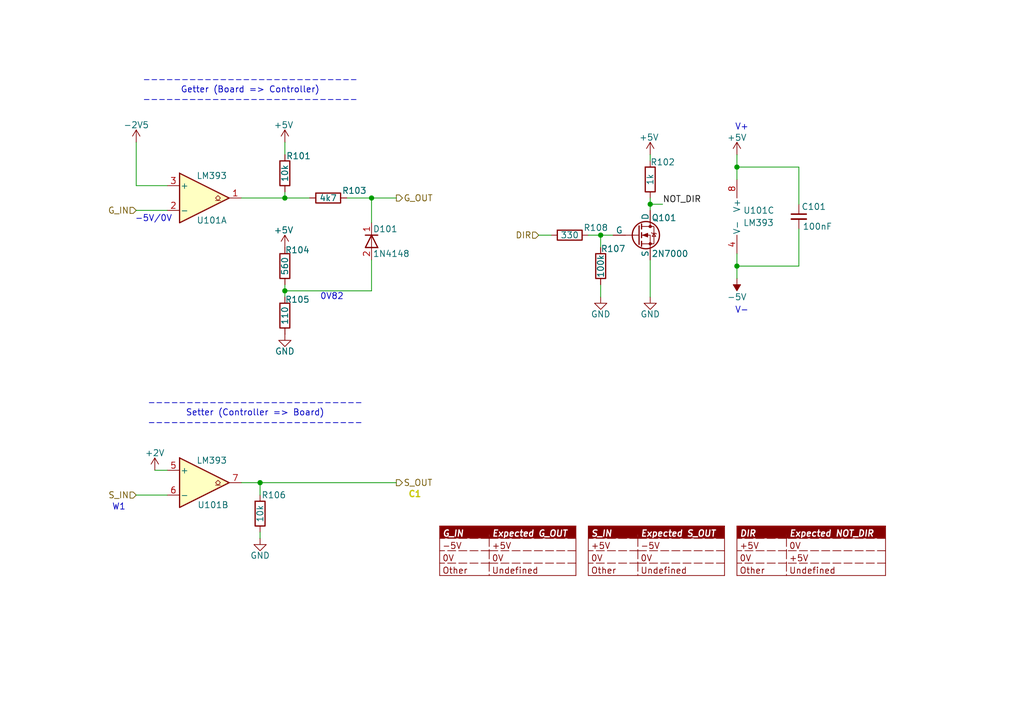
<source format=kicad_sch>
(kicad_sch (version 20250114) (generator "eeschema") (generator_version "9.0")
  (paper "A5")
  (title_block (title "Window comparator - Proof of concept") (date "2025-08-28") (rev "1.0.&lpha") (comment 1 "Copyright (c) 2025 by Filip Pynckels & Robin Pynckels"))
  (lib_symbols
    (symbol "Comparator:LM393" (pin_names (offset 0.127))
      (property "Reference" "U" (at 3.81 3.81 0))
      (property "Value" "LM393" (at 6.35 -3.81 0))
      (symbol "LM393_1_1"
        (polyline (pts (xy -5.08 5.08) (xy 5.08 0) (xy -5.08 -5.08) (xy -5.08 5.08)) (stroke (width 0.254)) (fill (type background)))
        (polyline (pts (xy 3.302 -0.508) (xy 2.794 -0.508) (xy 3.302 0) (xy 2.794 0.508) (xy 2.286 0) (xy 2.794 -0.508) (xy 2.286 -0.508)) (stroke (width 0.127)))
        (pin input line (at -7.62 2.54 0) (length 2.54) (name "+") (number "3"))
        (pin input line (at -7.62 -2.54 0) (length 2.54) (name "-") (number "2"))
        (pin open_collector line (at 7.62 0 180) (length 2.54) (name "~") (number "1"))
      )
      (symbol "LM393_2_1"
        (polyline (pts (xy -5.08 5.08) (xy 5.08 0) (xy -5.08 -5.08) (xy -5.08 5.08)) (stroke (width 0.254)) (fill (type background)))
        (polyline (pts (xy 3.302 -0.508) (xy 2.794 -0.508) (xy 3.302 0) (xy 2.794 0.508) (xy 2.286 0) (xy 2.794 -0.508) (xy 2.286 -0.508)) (stroke (width 0.127)))
        (pin input line (at -7.62 2.54 0) (length 2.54) (name "+") (number "5"))
        (pin input line (at -7.62 -2.54 0) (length 2.54) (name "-") (number "6"))
        (pin open_collector line (at 7.62 0 180) (length 2.54) (name "~") (number "7"))
      )
      (symbol "LM393_3_1"
        (pin power_in line (at -2.54 7.62 270) (length 3.81) (name "V+") (number "8"))
        (pin power_in line (at -2.54 -7.62 90) (length 3.81) (name "V-") (number "4"))
      )
    )
    (symbol "Device:C_Small" (pin_numbers (hide yes)) (pin_names (offset 0.254) (hide yes))
      (property "Reference" "C" (at 0.254 1.778 0))
      (property "Value" "C_Small" (at 0.254 -2.032 0))
      (symbol "C_Small_0_1"
        (polyline (pts (xy -1.524 0.508) (xy 1.524 0.508)) (stroke (width 0.3048)))
        (polyline (pts (xy -1.524 -0.508) (xy 1.524 -0.508)) (stroke (width 0.3302)))
      )
      (symbol "C_Small_1_1"
        (pin passive line (at 0 2.54 270) (length 2.032) (name "~") (number "1"))
        (pin passive line (at 0 -2.54 90) (length 2.032) (name "~") (number "2"))
      )
    )
    (symbol "Device:R" (pin_numbers (hide yes)) (pin_names (offset 0))
      (property "Reference" "R" (at 2.032 0 90))
      (property "Value" "R" (at 0 0 90))
      (symbol "R_0_1"
        (rectangle (start -1.016 -2.54) (end 1.016 2.54) (stroke (width 0.254)))
      )
      (symbol "R_1_1"
        (pin passive line (at 0 3.81 270) (length 1.27) (name "~") (number "1"))
        (pin passive line (at 0 -3.81 90) (length 1.27) (name "~") (number "2"))
      )
    )
    (symbol "Power:+2V" (power) (pin_numbers (hide yes)) (pin_names (offset 0) (hide yes))
      (property "Value" "+2V" (at 0 3.556 0))
      (symbol "+2V_0_1"
        (polyline (pts (xy -0.762 1.27) (xy 0 2.54)))
        (polyline (pts (xy 0 2.54) (xy 0.762 1.27)))
        (polyline (pts (xy 0 0) (xy 0 2.54)))
      )
      (symbol "+2V_1_1"
        (pin power_in line (at 0 0 90) (length 0) (name "~") (number "1"))
      )
    )
    (symbol "Simulation_SPICE:D" (pin_names (offset 1.016) (hide yes))
      (property "Reference" "D" (at 0 2.54 0))
      (property "Value" "D" (at 0 -2.54 0))
      (symbol "D_0_1"
        (polyline (pts (xy -1.27 1.27) (xy -1.27 -1.27)) (stroke (width 0.254)))
        (polyline (pts (xy 1.27 1.27) (xy 1.27 -1.27) (xy -1.27 0) (xy 1.27 1.27)) (stroke (width 0.254)))
        (polyline (pts (xy 1.27 0) (xy -1.27 0)))
      )
      (symbol "D_1_1"
        (pin passive line (at -3.81 0 0) (length 2.54) (name "K") (number "1"))
        (pin passive line (at 3.81 0 180) (length 2.54) (name "A") (number "2"))
      )
    )
    (symbol "Simulation_SPICE:NMOS" (pin_numbers (hide yes)) (pin_names (offset 0))
      (property "Reference" "Q" (at 5.08 1.27 0))
      (property "Value" "NMOS" (at 5.08 -1.27 0))
      (symbol "NMOS_0_1"
        (polyline (pts (xy 0.254 1.905) (xy 0.254 -1.905)) (stroke (width 0.254)))
        (polyline (pts (xy 0.254 0) (xy -2.54 0)))
        (polyline (pts (xy 0.762 2.286) (xy 0.762 1.27)) (stroke (width 0.254)))
        (polyline (pts (xy 0.762 0.508) (xy 0.762 -0.508)) (stroke (width 0.254)))
        (polyline (pts (xy 0.762 -1.27) (xy 0.762 -2.286)) (stroke (width 0.254)))
        (polyline (pts (xy 0.762 -1.778) (xy 3.302 -1.778) (xy 3.302 1.778) (xy 0.762 1.778)))
        (polyline (pts (xy 1.016 0) (xy 2.032 0.381) (xy 2.032 -0.381) (xy 1.016 0)) (fill (type outline)))
        (circle (center 1.651 0) (radius 2.794) (stroke (width 0.254)))
        (polyline (pts (xy 2.54 2.54) (xy 2.54 1.778)))
        (circle (center 2.54 1.778) (radius 0.254) (fill (type outline)))
        (circle (center 2.54 -1.778) (radius 0.254) (fill (type outline)))
        (polyline (pts (xy 2.54 -2.54) (xy 2.54 0) (xy 0.762 0)))
        (polyline (pts (xy 2.794 0.508) (xy 2.921 0.381) (xy 3.683 0.381) (xy 3.81 0.254)))
        (polyline (pts (xy 3.302 0.381) (xy 2.921 -0.254) (xy 3.683 -0.254) (xy 3.302 0.381)))
      )
      (symbol "NMOS_1_1"
        (pin input line (at -5.08 0 0) (length 2.54) (name "G") (number "2"))
        (pin passive line (at 2.54 5.08 270) (length 2.54) (name "D") (number "1"))
        (pin passive line (at 2.54 -5.08 90) (length 2.54) (name "S") (number "3"))
      )
    )
    (symbol "power:+4V" (power) (pin_numbers (hide yes)) (pin_names (offset 0) (hide yes))
      (property "Value" "+4V" (at 0 3.556 0))
      (symbol "+4V_0_1"
        (polyline (pts (xy -0.762 1.27) (xy 0 2.54)))
        (polyline (pts (xy 0 2.54) (xy 0.762 1.27)))
        (polyline (pts (xy 0 0) (xy 0 2.54)))
      )
      (symbol "+4V_1_1"
        (pin power_in line (at 0 0 90) (length 0) (name "~") (number "1"))
      )
    )
    (symbol "power:+5V" (power) (pin_numbers (hide yes)) (pin_names (offset 0) (hide yes))
      (property "Value" "+5V" (at 0 3.556 0))
      (symbol "+5V_0_1"
        (polyline (pts (xy -0.762 1.27) (xy 0 2.54)))
        (polyline (pts (xy 0 2.54) (xy 0.762 1.27)))
        (polyline (pts (xy 0 0) (xy 0 2.54)))
      )
      (symbol "+5V_1_1"
        (pin power_in line (at 0 0 90) (length 0) (name "~") (number "1"))
      )
    )
    (symbol "power:-5V" (power) (pin_numbers (hide yes)) (pin_names (offset 0) (hide yes))
      (property "Value" "-5V" (at 0 3.556 0))
      (symbol "-5V_0_0"
        (pin power_in line (at 0 0 90) (length 0) (name "~") (number "1"))
      )
      (symbol "-5V_0_1"
        (polyline (pts (xy 0 0) (xy 0 1.27) (xy 0.762 1.27) (xy 0 2.54) (xy -0.762 1.27) (xy 0 1.27)) (fill (type outline)))
      )
    )
    (symbol "power:GND" (power) (pin_numbers (hide yes)) (pin_names (offset 0) (hide yes))
      (property "Value" "GND" (at 0 -3.81 0))
      (symbol "GND_0_1"
        (polyline (pts (xy 0 0) (xy 0 -1.27) (xy 1.27 -1.27) (xy 0 -2.54) (xy -1.27 -1.27) (xy 0 -1.27)))
      )
      (symbol "GND_1_1"
        (pin power_in line (at 0 0 270) (length 0) (name "~") (number "1"))
      )
    )
  )
  (text "V-" (at 152.146 63.754 0) (effects (font (size 1.27 1.27))))
  (text "----------------------------\nGetter (Board => Controller)\n----------------------------" (at 51.308 18.542 0) (effects (font (size 1.27 1.27))))
  (text "V+" (at 152.146 26.162 0) (effects (font (size 1.27 1.27))))
  (text "C1" (at 85.09 101.6 0) (effects (font (size 1.27 1.27) (thickness 0.254) (bold yes))))
  (text "W1" (at 24.384 104.14 0) (effects (font (size 1.27 1.27))))
  (text "-5V/0V" (at 31.496 44.958 0) (effects (font (size 1.27 1.27))))
  (text "----------------------------\nSetter (Controller => Board)\n----------------------------" (at 52.324 84.836 0) (effects (font (size 1.27 1.27))))
  (text "0V82" (at 68.072 60.96 0) (effects (font (size 1.27 1.27))))
  (junction (at 76.2 40.64))
  (junction (at 53.34 99.06))
  (junction (at 58.42 40.64))
  (junction (at 123.19 48.26))
  (junction (at 151.13 34.29))
  (junction (at 151.13 54.61))
  (junction (at 58.42 59.69))
  (junction (at 133.35 41.91))
  (wire (pts (xy 31.75 96.52) (xy 34.29 96.52)))
  (wire (pts (xy 163.83 41.91) (xy 163.83 34.29)))
  (wire (pts (xy 123.19 48.26) (xy 125.73 48.26)))
  (wire (pts (xy 163.83 34.29) (xy 151.13 34.29)))
  (wire (pts (xy 49.53 99.06) (xy 53.34 99.06)))
  (wire (pts (xy 133.35 41.91) (xy 135.89 41.91)))
  (wire (pts (xy 133.35 53.34) (xy 133.35 60.96)))
  (wire (pts (xy 123.19 58.42) (xy 123.19 60.96)))
  (wire (pts (xy 76.2 40.64) (xy 76.2 45.72)))
  (wire (pts (xy 58.42 58.42) (xy 58.42 59.69)))
  (wire (pts (xy 58.42 39.37) (xy 58.42 40.64)))
  (wire (pts (xy 53.34 99.06) (xy 81.28 99.06)))
  (wire (pts (xy 49.53 40.64) (xy 58.42 40.64)))
  (wire (pts (xy 58.42 59.69) (xy 76.2 59.69)))
  (wire (pts (xy 151.13 52.07) (xy 151.13 54.61)))
  (wire (pts (xy 27.94 43.18) (xy 34.29 43.18)))
  (wire (pts (xy 34.29 101.6) (xy 27.94 101.6)))
  (wire (pts (xy 133.35 33.02) (xy 133.35 31.75)))
  (wire (pts (xy 58.42 29.21) (xy 58.42 31.75)))
  (wire (pts (xy 151.13 31.75) (xy 151.13 34.29)))
  (wire (pts (xy 163.83 46.99) (xy 163.83 54.61)))
  (wire (pts (xy 53.34 109.22) (xy 53.34 110.49)))
  (wire (pts (xy 76.2 40.64) (xy 81.28 40.64)))
  (wire (pts (xy 133.35 41.91) (xy 133.35 43.18)))
  (wire (pts (xy 71.12 40.64) (xy 76.2 40.64)))
  (wire (pts (xy 27.94 38.1) (xy 34.29 38.1)))
  (wire (pts (xy 76.2 59.69) (xy 76.2 53.34)))
  (wire (pts (xy 163.83 54.61) (xy 151.13 54.61)))
  (wire (pts (xy 120.65 48.26) (xy 123.19 48.26)))
  (wire (pts (xy 151.13 54.61) (xy 151.13 57.15)))
  (wire (pts (xy 133.35 40.64) (xy 133.35 41.91)))
  (wire (pts (xy 151.13 34.29) (xy 151.13 36.83)))
  (wire (pts (xy 123.19 48.26) (xy 123.19 50.8)))
  (wire (pts (xy 27.94 29.21) (xy 27.94 38.1)))
  (wire (pts (xy 58.42 59.69) (xy 58.42 60.96)))
  (wire (pts (xy 58.42 40.64) (xy 63.5 40.64)))
  (wire (pts (xy 53.34 99.06) (xy 53.34 101.6)))
  (wire (pts (xy 110.49 48.26) (xy 113.03 48.26)))
  (table (column_count 2) (border (external yes) (header no) (stroke (width 0) (color 132 0 0 1))) (separators (rows yes) (cols yes) (stroke (width 0) (type dash) (color 132 0 0 1))) (column_widths 10.16 17.78) (row_heights 2.54 2.54 2.54 2.54) (cells (table_cell "S_IN" (at 120.65 107.95 0) (size 10.16 2.54) (margins 0.508 0.762 0 0) (span 1 1) (fill (type color) (color 132 0 0 1))) (table_cell "Expected S_OUT" (at 130.81 107.95 0) (size 17.78 2.54) (margins 0.508 0.762 0 0) (span 1 1) (fill (type color) (color 132 0 0 1))) (table_cell "+5V" (at 120.65 110.49 0) (size 10.16 2.54) (margins 0.508 0.762 0 0) (span 1 1)) (table_cell "-5V" (at 130.81 110.49 0) (size 17.78 2.54) (margins 0.508 0.762 0 0) (span 1 1)) (table_cell "0V" (at 120.65 113.03 0) (size 10.16 2.54) (margins 0.508 0.762 0 0) (span 1 1)) (table_cell "0V" (at 130.81 113.03 0) (size 17.78 2.54) (margins 0.508 0.762 0 0) (span 1 1)) (table_cell "Other" (at 120.65 115.57 0) (size 10.16 2.54) (margins 0.508 0.762 0 0) (span 1 1)) (table_cell "Undefined" (at 130.81 115.57 0) (size 17.78 2.54) (margins 0.508 0.762 0 0) (span 1 1))))
  (table (column_count 2) (border (external yes) (header no) (stroke (width 0) (color 132 0 0 1))) (separators (rows yes) (cols yes) (stroke (width 0) (type dash) (color 132 0 0 1))) (column_widths 10.16 20.32) (row_heights 2.54 2.54 2.54 2.54) (cells (table_cell "DIR" (at 151.13 107.95 0) (size 10.16 2.54) (margins 0.508 0.762 0 0) (span 1 1) (fill (type color) (color 132 0 0 1))) (table_cell "Expected NOT_DIR" (at 161.29 107.95 0) (size 20.32 2.54) (margins 0.508 0.762 0 0) (span 1 1) (fill (type color) (color 132 0 0 1))) (table_cell "+5V" (at 151.13 110.49 0) (size 10.16 2.54) (margins 0.508 0.762 0 0) (span 1 1)) (table_cell "0V" (at 161.29 110.49 0) (size 20.32 2.54) (margins 0.508 0.762 0 0) (span 1 1)) (table_cell "0V" (at 151.13 113.03 0) (size 10.16 2.54) (margins 0.508 0.762 0 0) (span 1 1)) (table_cell "+5V" (at 161.29 113.03 0) (size 20.32 2.54) (margins 0.508 0.762 0 0) (span 1 1)) (table_cell "Other" (at 151.13 115.57 0) (size 10.16 2.54) (margins 0.508 0.762 0 0) (span 1 1)) (table_cell "Undefined" (at 161.29 115.57 0) (size 20.32 2.54) (margins 0.508 0.762 0 0) (span 1 1))))
  (table (column_count 2) (border (external yes) (header no) (stroke (width 0) (color 132 0 0 1))) (separators (rows yes) (cols yes) (stroke (width 0) (type dash) (color 132 0 0 1))) (column_widths 10.16 17.78) (row_heights 2.54 2.54 2.54 2.54) (cells (table_cell "G_IN" (at 90.17 107.95 0) (size 10.16 2.54) (margins 0.508 0.762 0 0) (span 1 1) (fill (type color) (color 132 0 0 1))) (table_cell "Expected G_OUT" (at 100.33 107.95 0) (size 17.78 2.54) (margins 0.508 0.762 0 0) (span 1 1) (fill (type color) (color 132 0 0 1))) (table_cell "-5V" (at 90.17 110.49 0) (size 10.16 2.54) (margins 0.508 0.762 0 0) (span 1 1)) (table_cell "+5V" (at 100.33 110.49 0) (size 17.78 2.54) (margins 0.508 0.762 0 0) (span 1 1)) (table_cell "0V" (at 90.17 113.03 0) (size 10.16 2.54) (margins 0.508 0.762 0 0) (span 1 1)) (table_cell "0V" (at 100.33 113.03 0) (size 17.78 2.54) (margins 0.508 0.762 0 0) (span 1 1)) (table_cell "Other" (at 90.17 115.57 0) (size 10.16 2.54) (margins 0.508 0.762 0 0) (span 1 1)) (table_cell "Undefined" (at 100.33 115.57 0) (size 17.78 2.54) (margins 0.508 0.762 0 0) (span 1 1))))
  (label "NOT_DIR" (at 135.89 41.91 0))
  (hierarchical_label "S_IN" (shape input) (at 27.94 101.6 180))
  (hierarchical_label "G_IN" (shape input) (at 27.94 43.18 180))
  (hierarchical_label "S_OUT" (shape output) (at 81.28 99.06 0))
  (hierarchical_label "G_OUT" (shape output) (at 81.28 40.64 0))
  (hierarchical_label "DIR" (shape input) (at 110.49 48.26 180))
  (symbol (lib_id "power:GND") (at 58.42 68.58 0) (mirror y) (unit 1)
    (property "Reference" "#PWR0108" (effects (hide yes)))
    (property "Value" "GND" (at 58.42 71.374 0) (effects (justify top)))
    (property "Description" "Power symbol creates a global label with name \"GND\" , ground" (effects (hide yes)))
  )
  (symbol (lib_id "Power:+2V") (at 31.75 96.52 0) (unit 1)
    (property "Reference" "#PWR0109" (effects (hide yes)))
    (property "Value" "+2V" (at 31.75 92.964 0))
    (property "Description" "Power symbol creates a global label with name \"+2V\"" (effects (hide yes)))
  )
  (symbol (lib_id "Device:R") (at 58.42 35.56 0) (unit 1)
    (property "Reference" "R101" (at 58.674 32.004 0) (effects (justify left)))
    (property "Value" "10k" (at 58.42 35.56 90))
    (property "Footprint" "Resistor_THT:R_Axial_DIN0207_L6.3mm_D2.5mm_P7.62mm_Horizontal" (effects (hide yes)))
    (property "Description" "Resistor" (effects (hide yes)))
  )
  (symbol (lib_id "Device:R") (at 133.35 36.83 0) (mirror x) (unit 1)
    (property "Reference" "R102" (at 133.35 33.274 0) (effects (justify left)))
    (property "Value" "1k" (at 133.35 36.83 90))
    (property "Footprint" "Resistor_THT:R_Axial_DIN0207_L6.3mm_D2.5mm_P7.62mm_Horizontal" (effects (hide yes)))
    (property "Description" "Resistor" (effects (hide yes)))
  )
  (symbol (lib_id "power:+5V") (at 151.13 31.75 0) (mirror y) (unit 1)
    (property "Reference" "#PWR0104" (effects (hide yes)))
    (property "Value" "+5V" (at 151.13 28.956 0) (effects (justify bottom)))
    (property "Description" "Power symbol creates a global label with name \"+5V\"" (effects (hide yes)))
  )
  (symbol (lib_id "Device:R") (at 58.42 54.61 0) (mirror x) (unit 1)
    (property "Reference" "R104" (at 58.42 51.308 0) (effects (justify left)))
    (property "Value" "560" (at 58.42 54.61 90))
    (property "Footprint" "Resistor_THT:R_Axial_DIN0207_L6.3mm_D2.5mm_P7.62mm_Horizontal" (effects (hide yes)))
    (property "Description" "Resistor" (effects (hide yes)))
  )
  (symbol (lib_id "power:-5V") (at 151.13 57.15 180) (unit 1)
    (property "Reference" "#PWR0107" (effects (hide yes)))
    (property "Value" "-5V" (at 151.13 60.96 0))
    (property "Description" "Power symbol creates a global label with name \"-5V\"" (effects (hide yes)))
  )
  (symbol (lib_id "Device:R") (at 123.19 54.61 0) (mirror x) (unit 1)
    (property "Reference" "R107" (at 123.19 51.054 0) (effects (justify left)))
    (property "Value" "100k" (at 123.19 54.61 90))
    (property "Footprint" "Resistor_THT:R_Axial_DIN0207_L6.3mm_D2.5mm_P7.62mm_Horizontal" (effects (hide yes)))
    (property "Description" "Resistor" (effects (hide yes)))
  )
  (symbol (lib_id "Comparator:LM393") (at 153.67 44.45 0) (unit 3)
    (property "Reference" "U101" (at 152.4 43.1799 0) (effects (justify left)))
    (property "Value" "LM393" (at 152.4 45.7199 0) (effects (justify left)))
    (property "Footprint" "Package_DIP:DIP-8_W7.62mm" (effects (hide yes)))
    (property "Datasheet" "http://www.ti.com/lit/ds/symlink/lm393.pdf" (effects (hide yes)))
    (property "Description" "Low-Power, Low-Offset Voltage, Dual Comparators, DIP-8/SOIC-8/TO-99-8" (effects (hide yes)))
  )
  (symbol (lib_id "power:GND") (at 123.19 60.96 0) (mirror y) (unit 1)
    (property "Reference" "#PWR0111" (effects (hide yes)))
    (property "Value" "GND" (at 123.19 63.754 0) (effects (justify top)))
    (property "Description" "Power symbol creates a global label with name \"GND\" , ground" (effects (hide yes)))
  )
  (symbol (lib_id "power:+5V") (at 58.42 50.8 0) (unit 1)
    (property "Reference" "#PWR0105" (effects (hide yes)))
    (property "Value" "+5V" (at 58.166 47.244 0))
    (property "Description" "Power symbol creates a global label with name \"+5V\"" (effects (hide yes)))
  )
  (symbol (lib_id "Device:R") (at 67.31 40.64 90) (unit 1)
    (property "Reference" "R103" (at 70.104 39.116 90) (effects (justify right)))
    (property "Value" "4k7" (at 67.31 40.64 90))
    (property "Footprint" "Resistor_THT:R_Axial_DIN0207_L6.3mm_D2.5mm_P7.62mm_Horizontal" (effects (hide yes)))
    (property "Description" "Resistor" (effects (hide yes)))
  )
  (symbol (lib_id "Comparator:LM393") (at 41.91 99.06 0) (unit 2)
    (property "Reference" "U101" (at 43.688 103.632 0))
    (property "Value" "LM393" (at 43.434 94.488 0))
    (property "Footprint" "Package_DIP:DIP-8_W7.62mm" (effects (hide yes)))
    (property "Datasheet" "http://www.ti.com/lit/ds/symlink/lm393.pdf" (effects (hide yes)))
    (property "Description" "Low-Power, Low-Offset Voltage, Dual Comparators, DIP-8/SOIC-8/TO-99-8" (effects (hide yes)))
    (property "Sim.Library" "${KIPRJMOD}/libraries/LM393/LM393.spice" (effects (hide yes)))
    (property "Sim.Name" "LM393" (effects (hide yes)))
    (property "Sim.Device" "SUBCKT" (effects (hide yes)))
    (property "Sim.Pins" "1=1 2=2 3=3 4=4 5=5 6=6 7=7 8=8" (effects (hide yes)))
  )
  (symbol (lib_id "Device:C_Small") (at 163.83 44.45 0) (unit 1)
    (property "Reference" "C101" (at 164.338 42.418 0) (effects (justify left)))
    (property "Value" "100nF" (at 164.592 46.482 0) (effects (justify left)))
    (property "Footprint" "Capacitor_THT:C_Disc_D5.0mm_W2.5mm_P5.00mm" (effects (hide yes)))
    (property "Description" "Unpolarized capacitor, small symbol" (effects (hide yes)))
  )
  (symbol (lib_id "power:+5V") (at 133.35 31.75 0) (unit 1)
    (property "Reference" "#PWR0103" (effects (hide yes)))
    (property "Value" "+5V" (at 133.096 28.194 0))
    (property "Description" "Power symbol creates a global label with name \"+5V\"" (effects (hide yes)))
  )
  (symbol (lib_id "Comparator:LM393") (at 41.91 40.64 0) (unit 1)
    (property "Reference" "U101" (at 43.434 45.212 0))
    (property "Value" "LM393" (at 43.434 36.068 0))
    (property "Footprint" "Package_DIP:DIP-8_W7.62mm" (effects (hide yes)))
    (property "Datasheet" "http://www.ti.com/lit/ds/symlink/lm393.pdf" (effects (hide yes)))
    (property "Description" "Low-Power, Low-Offset Voltage, Dual Comparators, DIP-8/SOIC-8/TO-99-8" (effects (hide yes)))
  )
  (symbol (lib_id "Simulation_SPICE:NMOS") (at 130.81 48.26 0) (unit 1)
    (property "Reference" "Q101" (at 133.604 44.704 0) (effects (justify left)))
    (property "Value" "2N7000" (at 133.604 52.07 0) (effects (justify left)))
    (property "Footprint" "Package_TO_SOT_THT:TO-92_Inline" (effects (hide yes)))
    (property "Datasheet" "https://ngspice.sourceforge.io/docs/ngspice-html-manual/manual.xhtml#cha_MOSFETs" (effects (hide yes)))
    (property "Description" "N-MOSFET transistor, drain/source/gate" (effects (hide yes)))
    (property "Sim.Device" "NMOS" (effects (hide yes)))
    (property "Sim.Type" "VDMOS" (effects (hide yes)))
    (property "Sim.Pins" "1=D 2=G 3=S" (effects (hide yes)))
  )
  (symbol (lib_id "Simulation_SPICE:D") (at 76.2 49.53 270) (unit 1)
    (property "Reference" "D101" (at 76.454 46.99 90) (effects (justify left)))
    (property "Value" "1N4148" (at 76.454 52.07 90) (effects (justify left)))
    (property "Footprint" "Diode_THT:D_5W_P10.16mm_Horizontal" (effects (hide yes)))
    (property "Datasheet" "https://ngspice.sourceforge.io/docs/ngspice-html-manual/manual.xhtml#cha_DIODEs" (effects (hide yes)))
    (property "Description" "Diode for simulation or PCB" (effects (hide yes)))
    (property "Sim.Device" "D" (effects (hide yes)))
    (property "Sim.Pins" "1=K 2=A" (effects (hide yes)))
    (property "Sim.Params" "rs=50m cjo=10p" (effects (hide yes)))
  )
  (symbol (lib_id "Device:R") (at 53.34 105.41 0) (unit 1)
    (property "Reference" "R106" (at 53.594 101.6 0) (effects (justify left)))
    (property "Value" "10k" (at 53.34 105.41 90))
    (property "Footprint" "Resistor_THT:R_Axial_DIN0207_L6.3mm_D2.5mm_P7.62mm_Horizontal" (effects (hide yes)))
    (property "Description" "Resistor" (effects (hide yes)))
  )
  (symbol (lib_id "power:GND") (at 133.35 60.96 0) (mirror y) (unit 1)
    (property "Reference" "#PWR0106" (effects (hide yes)))
    (property "Value" "GND" (at 133.35 63.754 0) (effects (justify top)))
    (property "Description" "Power symbol creates a global label with name \"GND\" , ground" (effects (hide yes)))
  )
  (symbol (lib_id "power:GND") (at 53.34 110.49 0) (mirror y) (unit 1)
    (property "Reference" "#PWR0110" (effects (hide yes)))
    (property "Value" "GND" (at 53.34 113.284 0) (effects (justify top)))
    (property "Description" "Power symbol creates a global label with name \"GND\" , ground" (effects (hide yes)))
  )
  (symbol (lib_id "power:+5V") (at 58.42 29.21 0) (unit 1)
    (property "Reference" "#PWR0102" (effects (hide yes)))
    (property "Value" "+5V" (at 58.166 25.654 0))
    (property "Description" "Power symbol creates a global label with name \"+5V\"" (effects (hide yes)))
  )
  (symbol (lib_id "Device:R") (at 116.84 48.26 90) (unit 1)
    (property "Reference" "R108" (at 119.634 46.736 90) (effects (justify right)))
    (property "Value" "330" (at 116.84 48.26 90))
    (property "Footprint" "Resistor_THT:R_Axial_DIN0207_L6.3mm_D2.5mm_P7.62mm_Horizontal" (effects (hide yes)))
    (property "Description" "Resistor" (effects (hide yes)))
  )
  (symbol (lib_id "power:+4V") (at 27.94 29.21 0) (unit 1)
    (property "Reference" "#PWR0101" (effects (hide yes)))
    (property "Value" "-2V5" (at 27.94 25.654 0))
    (property "Description" "Power symbol creates a global label with name \"+4V\"" (effects (hide yes)))
  )
  (symbol (lib_id "Device:R") (at 58.42 64.77 0) (mirror x) (unit 1)
    (property "Reference" "R105" (at 58.42 61.468 0) (effects (justify left)))
    (property "Value" "110" (at 58.42 64.77 90))
    (property "Footprint" "Resistor_THT:R_Axial_DIN0207_L6.3mm_D2.5mm_P7.62mm_Horizontal" (effects (hide yes)))
    (property "Description" "Resistor" (effects (hide yes)))
  )
)
</source>
